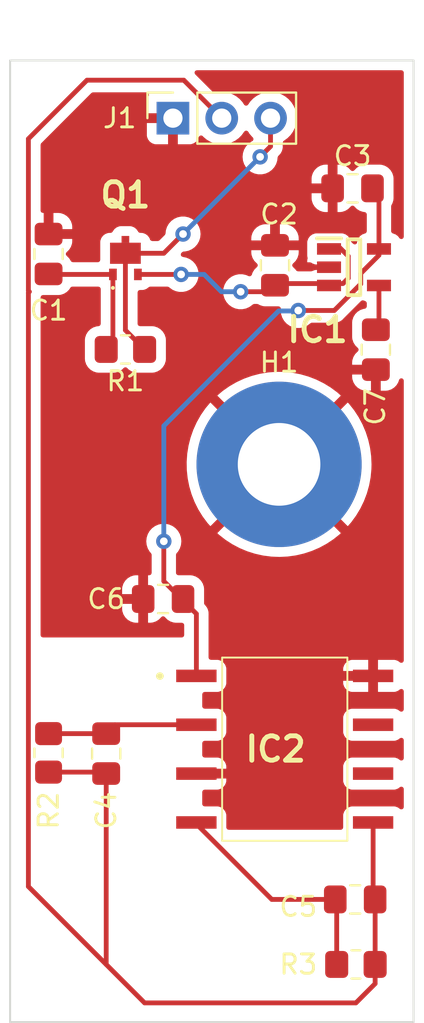
<source format=kicad_pcb>
(kicad_pcb (version 20211014) (generator pcbnew)
  (layers (0 "F.Cu" signal) (31 "B.Cu" signal) (34 "B.Paste" user) (35 "F.Paste" user) (36 "B.SilkS" user "B.Silkscreen") (37 "F.SilkS" user "F.Silkscreen") (38 "B.Mask" user) (39 "F.Mask" user) (44 "Edge.Cuts" user))
  (net 0 "")
  (net 1 "GNDREF")
  (net 2 "Net-(C1-Pad2)")
  (net 3 "Net-(C2-Pad2)")
  (net 4 "Net-(C3-Pad2)")
  (net 5 "Net-(C4-Pad2)")
  (net 6 "Net-(C5-Pad2)")
  (net 9 "out")
  (net 10 "Net-(J1-Pad3)")
  (net 11 "Net-(C7-Pad2)")
  (footprint "Capacitor_SMD:C_0805_2012Metric_Pad1.18x1.45mm_HandSolder" (layer "F.Cu") (at 135.825 78.65)
    (fp_text reference "C3" (at 0 -1.68) (layer "F.SilkS"))
    (fp_text value "C")
    (fp_line (start -0.261252 0.735) (end 0.261252 0.735) (layer "F.SilkS") (width 0.12))
    (fp_line (start -0.261252 -0.735) (end 0.261252 -0.735) (layer "F.SilkS") (width 0.12))
    (pad "1" smd roundrect (at -1.0375 0) (size 1.175 1.45) (layers "F.Cu" "F.Paste" "F.Mask") (roundrect_rratio 0.2127659574) (net 1 "GNDREF"))
    (pad "2" smd roundrect (at 1.0375 0) (size 1.175 1.45) (layers "F.Cu" "F.Paste" "F.Mask") (roundrect_rratio 0.2127659574) (net 4 "Net-(C3-Pad2)"))
  )
  (footprint "SamacSys_Parts:OPT101PJ" (layer "F.Cu") (at 132.295 107.808)
    (fp_text reference "IC2" (at -0.475 0) (layer "F.SilkS") (effects (font (size 1.27 1.27) (thickness 0.254))))
    (fp_text value "OPT101P-J" hide)
    (fp_line (start 3.26 -4.763) (end 3.26 4.763) (layer "F.SilkS") (width 0.1))
    (fp_line (start -3.26 4.763) (end -3.26 -4.763) (layer "F.SilkS") (width 0.1))
    (fp_line (start -3.26 -4.763) (end 3.26 -4.763) (layer "F.SilkS") (width 0.1))
    (fp_line (start -6.6 -3.8) (end -6.6 -3.8) (layer "F.SilkS") (width 0.2))
    (fp_line (start -6.4 -3.8) (end -6.4 -3.8) (layer "F.SilkS") (width 0.2))
    (fp_line (start 3.26 4.763) (end -3.26 4.763) (layer "F.SilkS") (width 0.1))
    (fp_arc (start -6.4 -3.8) (mid -6.5 -3.7) (end -6.6 -3.8) (layer "F.SilkS") (width 0.2))
    (fp_arc (start -6.6 -3.8) (mid -6.5 -3.9) (end -6.4 -3.8) (layer "F.SilkS") (width 0.2))
    (pad "1" smd rect locked (at -4.6 -3.81 90) (size 0.65 2.1) (layers "F.Cu" "F.Paste" "F.Mask") (net 4 "Net-(C3-Pad2)"))
    (pad "2" smd rect locked (at -4.6 -1.27 90) (size 0.65 2.1) (layers "F.Cu" "F.Paste" "F.Mask") (net 5 "Net-(C4-Pad2)"))
    (pad "3" smd rect locked (at -4.6 1.27 90) (size 0.65 2.1) (layers "F.Cu" "F.Paste" "F.Mask") (net 1 "GNDREF"))
    (pad "4" smd rect locked (at -4.6 3.81 90) (size 0.65 2.1) (layers "F.Cu" "F.Paste" "F.Mask") (net 6 "Net-(C5-Pad2)"))
    (pad "5" smd rect locked (at 4.6 3.81 90) (size 0.65 2.1) (layers "F.Cu" "F.Paste" "F.Mask") (net 9 "out"))
    (pad "6" smd rect locked (at 4.6 1.27 90) (size 0.65 2.1) (layers "F.Cu" "F.Paste" "F.Mask"))
    (pad "7" smd rect locked (at 4.6 -1.27 90) (size 0.65 2.1) (layers "F.Cu" "F.Paste" "F.Mask"))
    (pad "8" smd rect locked (at 4.6 -3.81 90) (size 0.65 2.1) (layers "F.Cu" "F.Paste" "F.Mask") (net 1 "GNDREF"))
  )
  (footprint "Connector_PinSocket_2.54mm:PinSocket_1x03_P2.54mm_Vertical" (layer "F.Cu") (at 126.475 75 90)
    (fp_text reference "J1" (at 0 -2.77 180) (layer "F.SilkS"))
    (fp_text value "Conn_01x03_Male")
    (fp_line (start -1.33 6.41) (end 1.33 6.41) (layer "F.SilkS") (width 0.12))
    (fp_line (start 1.33 -1.33) (end 1.33 0) (layer "F.SilkS") (width 0.12))
    (fp_line (start 0 -1.33) (end 1.33 -1.33) (layer "F.SilkS") (width 0.12))
    (fp_line (start 1.33 1.27) (end 1.33 6.41) (layer "F.SilkS") (width 0.12))
    (fp_line (start -1.33 1.27) (end -1.33 6.41) (layer "F.SilkS") (width 0.12))
    (fp_line (start -1.33 1.27) (end 1.33 1.27) (layer "F.SilkS") (width 0.12))
    (pad "1" thru_hole rect (at 0 0 90) (size 1.7 1.7) (drill 1) (layers *.Cu *.Mask) (net 1 "GNDREF"))
    (pad "2" thru_hole oval (at 0 2.54 90) (size 1.7 1.7) (drill 1) (layers *.Cu *.Mask) (net 9 "out"))
    (pad "3" thru_hole oval (at 0 5.08 90) (size 1.7 1.7) (drill 1) (layers *.Cu *.Mask) (net 10 "Net-(J1-Pad3)"))
  )
  (footprint "SamacSys_Parts:PBSS4310PASQX" (layer "F.Cu") (at 124 82.275)
    (fp_text reference "Q1" (at 0 -3.275) (layer "F.SilkS") (effects (font (size 1.27 1.27) (thickness 0.254))))
    (fp_text value "PBSS4360PAS-QX" hide)
    (fp_line (start -0.65 1.6) (end -0.65 1.6) (layer "F.SilkS") (width 0.1))
    (fp_line (start -0.65 1.5) (end -0.65 1.5) (layer "F.SilkS") (width 0.1))
    (fp_arc (start -0.65 1.5) (mid -0.6 1.55) (end -0.65 1.6) (layer "F.SilkS") (width 0.1))
    (fp_arc (start -0.65 1.6) (mid -0.7 1.55) (end -0.65 1.5) (layer "F.SilkS") (width 0.1))
    (pad "1" smd rect locked (at -0.65 0.85) (size 0.4 0.6) (layers "F.Cu" "F.Paste" "F.Mask") (net 2 "Net-(C1-Pad2)"))
    (pad "2" smd rect locked (at 0.65 0.85) (size 0.4 0.6) (layers "F.Cu" "F.Paste" "F.Mask") (net 3 "Net-(C2-Pad2)"))
    (pad "3" smd rect locked (at 0 -0.975 90) (size 0.35 0.4) (layers "F.Cu" "F.Paste" "F.Mask") (net 10 "Net-(J1-Pad3)"))
    (pad "4" smd rect locked (at 0 -0.25 90) (size 1.1 1.6) (layers "F.Cu" "F.Paste" "F.Mask") (net 10 "Net-(J1-Pad3)"))
  )
  (footprint "Resistor_SMD:R_0805_2012Metric_Pad1.20x1.40mm_HandSolder" (layer "F.Cu") (at 120 108 90)
    (fp_text reference "R2" (at -3 0 90) (layer "F.SilkS"))
    (fp_text value "R")
    (fp_line (start -0.227064 0.735) (end 0.227064 0.735) (layer "F.SilkS") (width 0.12))
    (fp_line (start -0.227064 -0.735) (end 0.227064 -0.735) (layer "F.SilkS") (width 0.12))
    (pad "1" smd roundrect (at -1 0 90) (size 1.2 1.4) (layers "F.Cu" "F.Paste" "F.Mask") (roundrect_rratio 0.2083333333) (net 9 "out"))
    (pad "2" smd roundrect (at 1 0 90) (size 1.2 1.4) (layers "F.Cu" "F.Paste" "F.Mask") (roundrect_rratio 0.2083333333) (net 5 "Net-(C4-Pad2)"))
  )
  (footprint "Resistor_SMD:R_0805_2012Metric_Pad1.20x1.40mm_HandSolder" (layer "F.Cu") (at 136 119 180)
    (fp_text reference "R3" (at 3 0) (layer "F.SilkS"))
    (fp_text value "R")
    (fp_line (start -0.227064 0.735) (end 0.227064 0.735) (layer "F.SilkS") (width 0.12))
    (fp_line (start -0.227064 -0.735) (end 0.227064 -0.735) (layer "F.SilkS") (width 0.12))
    (pad "1" smd roundrect (at -1 0 180) (size 1.2 1.4) (layers "F.Cu" "F.Paste" "F.Mask") (roundrect_rratio 0.2083333333) (net 9 "out"))
    (pad "2" smd roundrect (at 1 0 180) (size 1.2 1.4) (layers "F.Cu" "F.Paste" "F.Mask") (roundrect_rratio 0.2083333333) (net 6 "Net-(C5-Pad2)"))
  )
  (footprint "Capacitor_SMD:C_0805_2012Metric_Pad1.18x1.45mm_HandSolder" (layer "F.Cu") (at 131.7875 82.65 -90)
    (fp_text reference "C2" (at -2.65 -0.2125 180) (layer "F.SilkS"))
    (fp_text value "C")
    (fp_line (start -0.261252 0.735) (end 0.261252 0.735) (layer "F.SilkS") (width 0.12))
    (fp_line (start -0.261252 -0.735) (end 0.261252 -0.735) (layer "F.SilkS") (width 0.12))
    (pad "1" smd roundrect (at -1.0375 0 270) (size 1.175 1.45) (layers "F.Cu" "F.Paste" "F.Mask") (roundrect_rratio 0.2127659574) (net 1 "GNDREF"))
    (pad "2" smd roundrect (at 1.0375 0 270) (size 1.175 1.45) (layers "F.Cu" "F.Paste" "F.Mask") (roundrect_rratio 0.2127659574) (net 3 "Net-(C2-Pad2)"))
  )
  (footprint "Capacitor_SMD:C_0805_2012Metric_Pad1.18x1.45mm_HandSolder" (layer "F.Cu") (at 125.9625 100 180)
    (fp_text reference "C6" (at 2.9625 0) (layer "F.SilkS"))
    (fp_text value "C")
    (fp_line (start -0.261252 0.735) (end 0.261252 0.735) (layer "F.SilkS") (width 0.12))
    (fp_line (start -0.261252 -0.735) (end 0.261252 -0.735) (layer "F.SilkS") (width 0.12))
    (pad "1" smd roundrect (at -1.0375 0 180) (size 1.175 1.45) (layers "F.Cu" "F.Paste" "F.Mask") (roundrect_rratio 0.2127659574) (net 4 "Net-(C3-Pad2)"))
    (pad "2" smd roundrect (at 1.0375 0 180) (size 1.175 1.45) (layers "F.Cu" "F.Paste" "F.Mask") (roundrect_rratio 0.2127659574) (net 1 "GNDREF"))
  )
  (footprint "MountingHole:MountingHole_4.3mm_M4_Pad" (layer "F.Cu") (at 132 93)
    (fp_text reference "H1" (at 0 -5.3) (layer "F.SilkS"))
    (fp_text value "MountingHole_Pad")
    (pad "1" thru_hole circle (at 0 0) (size 8.6 8.6) (drill 4.3) (layers *.Cu *.Mask) (net 1 "GNDREF"))
  )
  (footprint "SamacSys_Parts:SOT95P280X145-5N" (layer "F.Cu") (at 135.9 82.75)
    (fp_text reference "IC1" (at -1.9 3.25) (layer "F.SilkS") (effects (font (size 1.27 1.27) (thickness 0.254))))
    (fp_text value "TC1014-3.3VCT713" hide)
    (fp_line (start -0.325 -1.45) (end 0.325 -1.45) (layer "F.SilkS") (width 0.2))
    (fp_line (start 0.325 -1.45) (end 0.325 1.45) (layer "F.SilkS") (width 0.2))
    (fp_line (start -0.325 1.45) (end -0.325 -1.45) (layer "F.SilkS") (width 0.2))
    (fp_line (start -1.925 -1.5) (end -0.675 -1.5) (layer "F.SilkS") (width 0.2))
    (fp_line (start 0.325 1.45) (end -0.325 1.45) (layer "F.SilkS") (width 0.2))
    (pad "1" smd rect locked (at -1.3 -0.95 90) (size 0.6 1.25) (layers "F.Cu" "F.Paste" "F.Mask") (net 3 "Net-(C2-Pad2)"))
    (pad "2" smd rect locked (at -1.3 0 90) (size 0.6 1.25) (layers "F.Cu" "F.Paste" "F.Mask") (net 1 "GNDREF"))
    (pad "3" smd rect locked (at -1.3 0.95 90) (size 0.6 1.25) (layers "F.Cu" "F.Paste" "F.Mask") (net 3 "Net-(C2-Pad2)"))
    (pad "4" smd rect locked (at 1.3 0.95 90) (size 0.6 1.25) (layers "F.Cu" "F.Paste" "F.Mask") (net 11 "Net-(C7-Pad2)"))
    (pad "5" smd rect locked (at 1.3 -0.95 90) (size 0.6 1.25) (layers "F.Cu" "F.Paste" "F.Mask") (net 4 "Net-(C3-Pad2)"))
  )
  (footprint "Capacitor_SMD:C_0805_2012Metric_Pad1.18x1.45mm_HandSolder" (layer "F.Cu") (at 120 82.0625 -90)
    (fp_text reference "C1" (at 2.9375 0 180) (layer "F.SilkS"))
    (fp_text value "C")
    (fp_line (start -0.261252 0.735) (end 0.261252 0.735) (layer "F.SilkS") (width 0.12))
    (fp_line (start -0.261252 -0.735) (end 0.261252 -0.735) (layer "F.SilkS") (width 0.12))
    (pad "1" smd roundrect (at -1.0375 0 270) (size 1.175 1.45) (layers "F.Cu" "F.Paste" "F.Mask") (roundrect_rratio 0.2127659574) (net 1 "GNDREF"))
    (pad "2" smd roundrect (at 1.0375 0 270) (size 1.175 1.45) (layers "F.Cu" "F.Paste" "F.Mask") (roundrect_rratio 0.2127659574) (net 2 "Net-(C1-Pad2)"))
  )
  (footprint "Resistor_SMD:R_0805_2012Metric_Pad1.20x1.40mm_HandSolder" (layer "F.Cu") (at 124 87.025 180)
    (fp_text reference "R1" (at 0 -1.65) (layer "F.SilkS"))
    (fp_text value "R")
    (fp_line (start -0.227064 -0.735) (end 0.227064 -0.735) (layer "F.SilkS") (width 0.12))
    (fp_line (start -0.227064 0.735) (end 0.227064 0.735) (layer "F.SilkS") (width 0.12))
    (pad "1" smd roundrect (at -1 0 180) (size 1.2 1.4) (layers "F.Cu" "F.Paste" "F.Mask") (roundrect_rratio 0.2083333333) (net 10 "Net-(J1-Pad3)"))
    (pad "2" smd roundrect (at 1 0 180) (size 1.2 1.4) (layers "F.Cu" "F.Paste" "F.Mask") (roundrect_rratio 0.2083333333) (net 2 "Net-(C1-Pad2)"))
  )
  (footprint "Capacitor_SMD:C_0805_2012Metric_Pad1.18x1.45mm_HandSolder" (layer "F.Cu") (at 137.0375 87.0375 90)
    (fp_text reference "C7" (at -2.9625 -0.0375 90) (layer "F.SilkS"))
    (fp_text value "C")
    (fp_line (start -0.261252 0.735) (end 0.261252 0.735) (layer "F.SilkS") (width 0.12))
    (fp_line (start -0.261252 -0.735) (end 0.261252 -0.735) (layer "F.SilkS") (width 0.12))
    (pad "1" smd roundrect (at -1.0375 0 90) (size 1.175 1.45) (layers "F.Cu" "F.Paste" "F.Mask") (roundrect_rratio 0.2127659574) (net 1 "GNDREF"))
    (pad "2" smd roundrect (at 1.0375 0 90) (size 1.175 1.45) (layers "F.Cu" "F.Paste" "F.Mask") (roundrect_rratio 0.2127659574) (net 11 "Net-(C7-Pad2)"))
  )
  (footprint "Capacitor_SMD:C_0805_2012Metric_Pad1.18x1.45mm_HandSolder" (layer "F.Cu") (at 135.9625 115.62 180)
    (fp_text reference "C5" (at 2.9625 -0.38) (layer "F.SilkS"))
    (fp_text value "C")
    (fp_line (start -0.261252 0.735) (end 0.261252 0.735) (layer "F.SilkS") (width 0.12))
    (fp_line (start -0.261252 -0.735) (end 0.261252 -0.735) (layer "F.SilkS") (width 0.12))
    (pad "1" smd roundrect (at -1.0375 0 180) (size 1.175 1.45) (layers "F.Cu" "F.Paste" "F.Mask") (roundrect_rratio 0.2127659574) (net 9 "out"))
    (pad "2" smd roundrect (at 1.0375 0 180) (size 1.175 1.45) (layers "F.Cu" "F.Paste" "F.Mask") (roundrect_rratio 0.2127659574) (net 6 "Net-(C5-Pad2)"))
  )
  (footprint "Capacitor_SMD:C_0805_2012Metric_Pad1.18x1.45mm_HandSolder" (layer "F.Cu") (at 123 108.0375 90)
    (fp_text reference "C4" (at -2.9625 0 90) (layer "F.SilkS"))
    (fp_text value "C")
    (fp_line (start -0.261252 0.735) (end 0.261252 0.735) (layer "F.SilkS") (width 0.12))
    (fp_line (start -0.261252 -0.735) (end 0.261252 -0.735) (layer "F.SilkS") (width 0.12))
    (pad "1" smd roundrect (at -1.0375 0 90) (size 1.175 1.45) (layers "F.Cu" "F.Paste" "F.Mask") (roundrect_rratio 0.2127659574) (net 9 "out"))
    (pad "2" smd roundrect (at 1.0375 0 90) (size 1.175 1.45) (layers "F.Cu" "F.Paste" "F.Mask") (roundrect_rratio 0.2127659574) (net 5 "Net-(C4-Pad2)"))
  )
  (gr_line (start 139 122) (end 118 122) (layer "Edge.Cuts") (width 0.1))
  (gr_line (start 118 122) (end 118 72) (layer "Edge.Cuts") (width 0.1))
  (gr_line (start 139 72) (end 139 122) (layer "Edge.Cuts") (width 0.1))
  (gr_line (start 118 72) (end 139 72) (layer "Edge.Cuts") (width 0.1))
  (segment (start 120 83.1) (end 120.025 83.125) (width 0.25) (layer "F.Cu") (net 2))
  (segment (start 120.025 83.125) (end 123.35 83.125) (width 0.25) (layer "F.Cu") (net 2))
  (segment (start 123 87.025) (end 123.35 86.675) (width 0.25) (layer "F.Cu") (net 2))
  (segment (start 123.35 86.675) (end 123.35 83.125) (width 0.25) (layer "F.Cu") (net 2))
  (segment (start 124.65 83.125) (end 126.9 83.125) (width 0.25) (layer "F.Cu") (net 3))
  (segment (start 135.6 83.325) (end 135.6 82.175) (width 0.25) (layer "F.Cu") (net 3))
  (segment (start 135.325 83.6) (end 135.6 83.325) (width 0.25) (layer "F.Cu") (net 3))
  (segment (start 130 84.025) (end 131.45 84.025) (width 0.25) (layer "F.Cu") (net 3))
  (segment (start 131.45 84.025) (end 131.7875 83.6875) (width 0.25) (layer "F.Cu") (net 3))
  (segment (start 131.7875 83.6875) (end 131.875 83.6) (width 0.25) (layer "F.Cu") (net 3))
  (segment (start 135.6 82.175) (end 135.125 81.7) (width 0.25) (layer "F.Cu") (net 3))
  (segment (start 135.125 81.7) (end 134.7875 81.7) (width 0.25) (layer "F.Cu") (net 3))
  (segment (start 131.875 83.6) (end 135.325 83.6) (width 0.25) (layer "F.Cu") (net 3))
  (via (at 126.9 83.125) (size 0.8) (drill 0.4) (layers "F.Cu" "B.Cu") (net 3))
  (via (at 130 84.025) (size 0.8) (drill 0.4) (layers "F.Cu" "B.Cu") (net 3))
  (segment (start 128.1 83.125) (end 129 84.025) (width 0.25) (layer "B.Cu") (net 3))
  (segment (start 129 84.025) (end 130 84.025) (width 0.25) (layer "B.Cu") (net 3))
  (segment (start 126.9 83.125) (end 128.1 83.125) (width 0.25) (layer "B.Cu") (net 3))
  (segment (start 133 85) (end 134.875 85) (width 0.25) (layer "F.Cu") (net 4))
  (segment (start 126.925 100) (end 127.695 100.77) (width 0.25) (layer "F.Cu") (net 4))
  (segment (start 136.25 83.075) (end 137.2 82.125) (width 0.25) (layer "F.Cu") (net 4))
  (segment (start 126 97) (end 126 99.075) (width 0.25) (layer "F.Cu") (net 4))
  (segment (start 126 99.075) (end 126.925 100) (width 0.25) (layer "F.Cu") (net 4))
  (segment (start 134.875 85) (end 136.25 83.625) (width 0.25) (layer "F.Cu") (net 4))
  (segment (start 127.695 100.77) (end 127.695 103.998) (width 0.25) (layer "F.Cu") (net 4))
  (segment (start 137.2 78.9875) (end 136.8625 78.65) (width 0.25) (layer "F.Cu") (net 4))
  (segment (start 136.25 83.625) (end 136.25 83.075) (width 0.25) (layer "F.Cu") (net 4))
  (segment (start 137.2 82.125) (end 137.2 78.9875) (width 0.25) (layer "F.Cu") (net 4))
  (via (at 126 97) (size 0.8) (drill 0.4) (layers "F.Cu" "B.Cu") (net 4))
  (via (at 133 85) (size 0.8) (drill 0.4) (layers "F.Cu" "B.Cu") (net 4))
  (segment (start 126 91) (end 126 97) (width 0.25) (layer "B.Cu") (net 4))
  (segment (start 132.975 85.025) (end 131.975 85.025) (width 0.25) (layer "B.Cu") (net 4))
  (segment (start 133 85) (end 132.975 85.025) (width 0.25) (layer "B.Cu") (net 4))
  (segment (start 131.975 85.025) (end 126 91) (width 0.25) (layer "B.Cu") (net 4))
  (segment (start 123.462 106.538) (end 127.695 106.538) (width 0.25) (layer "F.Cu") (net 5))
  (segment (start 123 107) (end 123.462 106.538) (width 0.25) (layer "F.Cu") (net 5))
  (segment (start 123 107) (end 120 107) (width 0.25) (layer "F.Cu") (net 5))
  (segment (start 135 119) (end 135 115.695) (width 0.25) (layer "F.Cu") (net 6))
  (segment (start 127.695 111.695) (end 127.695 111.618) (width 0.25) (layer "F.Cu") (net 6))
  (segment (start 131.62 115.62) (end 127.695 111.695) (width 0.25) (layer "F.Cu") (net 6))
  (segment (start 135 115.695) (end 134.925 115.62) (width 0.25) (layer "F.Cu") (net 6))
  (segment (start 134.925 115.62) (end 131.62 115.62) (width 0.25) (layer "F.Cu") (net 6))
  (segment (start 127.04 73.025) (end 129.015 75) (width 0.25) (layer "F.Cu") (net 9))
  (segment (start 118.95 76.075) (end 122 73.025) (width 0.25) (layer "F.Cu") (net 9))
  (segment (start 119 84.025) (end 118.95 83.975) (width 0.25) (layer "F.Cu") (net 9))
  (segment (start 123 119) (end 118.95 114.95) (width 0.25) (layer "F.Cu") (net 9))
  (segment (start 137 120) (end 136 121) (width 0.25) (layer "F.Cu") (net 9))
  (segment (start 120 109) (end 122.925 109) (width 0.25) (layer "F.Cu") (net 9))
  (segment (start 118.95 84.075) (end 119 84.025) (width 0.25) (layer "F.Cu") (net 9))
  (segment (start 136.895 115.515) (end 137 115.62) (width 0.25) (layer "F.Cu") (net 9))
  (segment (start 118.95 114.95) (end 118.95 84.075) (width 0.25) (layer "F.Cu") (net 9))
  (segment (start 137 119) (end 137 120) (width 0.25) (layer "F.Cu") (net 9))
  (segment (start 136 121) (end 125 121) (width 0.25) (layer "F.Cu") (net 9))
  (segment (start 122 73.025) (end 127.04 73.025) (width 0.25) (layer "F.Cu") (net 9))
  (segment (start 123 119) (end 123 109.075) (width 0.25) (layer "F.Cu") (net 9))
  (segment (start 136.895 111.618) (end 136.895 115.515) (width 0.25) (layer "F.Cu") (net 9))
  (segment (start 122.925 109) (end 123 109.075) (width 0.25) (layer "F.Cu") (net 9))
  (segment (start 118.95 83.975) (end 118.95 76.075) (width 0.25) (layer "F.Cu") (net 9))
  (segment (start 137 115.62) (end 137 119) (width 0.25) (layer "F.Cu") (net 9))
  (segment (start 125 121) (end 123 119) (width 0.25) (layer "F.Cu") (net 9))
  (segment (start 131.555 75) (end 131.555 76.47) (width 0.25) (layer "F.Cu") (net 10))
  (segment (start 127 81.025) (end 126 82.025) (width 0.25) (layer "F.Cu") (net 10))
  (segment (start 131.555 76.47) (end 131.0125 77.0125) (width 0.25) (layer "F.Cu") (net 10))
  (segment (start 124 86.025) (end 124 82.025) (width 0.25) (layer "F.Cu") (net 10))
  (segment (start 126 82.025) (end 124 82.025) (width 0.25) (layer "F.Cu") (net 10))
  (segment (start 125 87.025) (end 124 86.025) (width 0.25) (layer "F.Cu") (net 10))
  (via (at 131.0125 77.0125) (size 0.8) (drill 0.4) (layers "F.Cu" "B.Cu") (net 10))
  (via (at 127 81.025) (size 0.8) (drill 0.4) (layers "F.Cu" "B.Cu") (net 10))
  (segment (start 131 77.025) (end 127 81.025) (width 0.25) (layer "B.Cu") (net 10))
  (segment (start 137.2 83.7) (end 137.2 85.8375) (width 0.25) (layer "F.Cu") (net 11))
  (segment (start 137.2 85.8375) (end 137.0375 86) (width 0.25) (layer "F.Cu") (net 11))
  (zone (net 1) (net_name "GNDREF") (layer "F.Cu") (connect_pads (clearance 0.508)) (min_thickness 0.254) (fill yes (thermal_gap 0.508) (thermal_bridge_width 0.508))
    (polygon (pts (xy 139 112) (xy 128 112) (xy 128 102) (xy 118 102) (xy 118 72) (xy 139 72)))
  )
)
</source>
